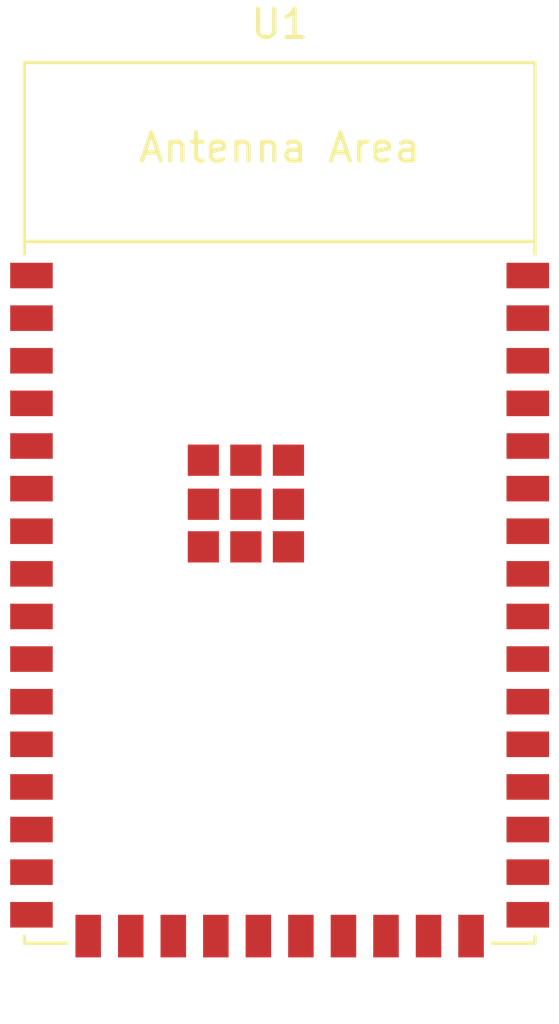
<source format=kicad_pcb>
(kicad_pcb (version 20211014) (generator pcbnew)
  (layers (0 "F.Cu" signal) (31 "B.Cu" signal) (34 "B.Paste" user) (35 "F.Paste" user) (36 "B.SilkS" user "B.Silkscreen") (37 "F.SilkS" user "F.Silkscreen") (38 "B.Mask" user) (39 "F.Mask" user) (44 "Edge.Cuts" user))
  (net 0 "")
  (net 1 "Net-(U1-Pad1)")
  (footprint "Espressif:ESP32-S2-WROOM" (layer "F.Cu") (at 148.6 103.6)
    (fp_text reference "U1" (at 0 -20) (layer "F.SilkS"))
    (fp_text value "ESP32-S2-WROOM")
    (fp_text user "Antenna Area" (at 0 -15.65) (layer "F.SilkS"))
    (fp_line (start -9 -18.65) (end 9 -18.65) (layer "F.SilkS") (width 0.12))
    (fp_line (start 9 12.1) (end 9 12.35) (layer "F.SilkS") (width 0.12))
    (fp_line (start 9 -11.9) (end 9 -18.65) (layer "F.SilkS") (width 0.12))
    (fp_line (start -9 12.35) (end -7.5 12.35) (layer "F.SilkS") (width 0.12))
    (fp_line (start 9 12.35) (end 7.5 12.35) (layer "F.SilkS") (width 0.12))
    (fp_line (start -9 -18.65) (end -9 -11.9) (layer "F.SilkS") (width 0.12))
    (fp_line (start 9 -12.35) (end -9 -12.35) (layer "F.SilkS") (width 0.12))
    (fp_line (start -9 12.1) (end -9 12.35) (layer "F.SilkS") (width 0.12))
    (pad "1" smd rect (at -8.75 -11.15) (size 1.5 0.9) (layers "F.Cu" "F.Paste" "F.Mask") (net 1 "Net-(U1-Pad1)"))
    (pad "2" smd rect (at -8.75 -9.65) (size 1.5 0.9) (layers "F.Cu" "F.Paste" "F.Mask"))
    (pad "3" smd rect (at -8.75 -8.15) (size 1.5 0.9) (layers "F.Cu" "F.Paste" "F.Mask"))
    (pad "4" smd rect (at -8.75 -6.65) (size 1.5 0.9) (layers "F.Cu" "F.Paste" "F.Mask"))
    (pad "5" smd rect (at -8.75 -5.15) (size 1.5 0.9) (layers "F.Cu" "F.Paste" "F.Mask"))
    (pad "6" smd rect (at -8.75 -3.65) (size 1.5 0.9) (layers "F.Cu" "F.Paste" "F.Mask"))
    (pad "7" smd rect (at -8.75 -2.15) (size 1.5 0.9) (layers "F.Cu" "F.Paste" "F.Mask"))
    (pad "8" smd rect (at -8.75 -0.65) (size 1.5 0.9) (layers "F.Cu" "F.Paste" "F.Mask"))
    (pad "9" smd rect (at -8.75 0.85) (size 1.5 0.9) (layers "F.Cu" "F.Paste" "F.Mask"))
    (pad "10" smd rect (at -8.75 2.35) (size 1.5 0.9) (layers "F.Cu" "F.Paste" "F.Mask"))
    (pad "11" smd rect (at -8.75 3.85) (size 1.5 0.9) (layers "F.Cu" "F.Paste" "F.Mask"))
    (pad "12" smd rect (at -8.75 5.35) (size 1.5 0.9) (layers "F.Cu" "F.Paste" "F.Mask"))
    (pad "13" smd rect (at -8.75 6.85) (size 1.5 0.9) (layers "F.Cu" "F.Paste" "F.Mask"))
    (pad "14" smd rect (at -8.75 8.35) (size 1.5 0.9) (layers "F.Cu" "F.Paste" "F.Mask"))
    (pad "15" smd rect (at -8.75 9.85) (size 1.5 0.9) (layers "F.Cu" "F.Paste" "F.Mask"))
    (pad "16" smd rect (at -8.75 11.35) (size 1.5 0.9) (layers "F.Cu" "F.Paste" "F.Mask"))
    (pad "17" smd rect (at -6.75 12.1 90) (size 1.5 0.9) (layers "F.Cu" "F.Paste" "F.Mask"))
    (pad "18" smd rect (at -5.25 12.1 90) (size 1.5 0.9) (layers "F.Cu" "F.Paste" "F.Mask"))
    (pad "19" smd rect (at -3.75 12.1 90) (size 1.5 0.9) (layers "F.Cu" "F.Paste" "F.Mask"))
    (pad "20" smd rect (at -2.25 12.1 90) (size 1.5 0.9) (layers "F.Cu" "F.Paste" "F.Mask"))
    (pad "21" smd rect (at -0.75 12.1 90) (size 1.5 0.9) (layers "F.Cu" "F.Paste" "F.Mask"))
    (pad "22" smd rect (at 0.75 12.1 90) (size 1.5 0.9) (layers "F.Cu" "F.Paste" "F.Mask"))
    (pad "23" smd rect (at 2.25 12.1 90) (size 1.5 0.9) (layers "F.Cu" "F.Paste" "F.Mask"))
    (pad "24" smd rect (at 3.75 12.1 90) (size 1.5 0.9) (layers "F.Cu" "F.Paste" "F.Mask"))
    (pad "25" smd rect (at 5.25 12.1 90) (size 1.5 0.9) (layers "F.Cu" "F.Paste" "F.Mask"))
    (pad "26" smd rect (at 6.75 12.1 90) (size 1.5 0.9) (layers "F.Cu" "F.Paste" "F.Mask") (net 1 "Net-(U1-Pad1)"))
    (pad "27" smd rect (at 8.75 11.35 180) (size 1.5 0.9) (layers "F.Cu" "F.Paste" "F.Mask"))
    (pad "28" smd rect (at 8.75 9.85 180) (size 1.5 0.9) (layers "F.Cu" "F.Paste" "F.Mask"))
    (pad "29" smd rect (at 8.75 8.35 180) (size 1.5 0.9) (layers "F.Cu" "F.Paste" "F.Mask"))
    (pad "30" smd rect (at 8.75 6.85 180) (size 1.5 0.9) (layers "F.Cu" "F.Paste" "F.Mask"))
    (pad "31" smd rect (at 8.75 5.35 180) (size 1.5 0.9) (layers "F.Cu" "F.Paste" "F.Mask"))
    (pad "32" smd rect (at 8.75 3.85 180) (size 1.5 0.9) (layers "F.Cu" "F.Paste" "F.Mask"))
    (pad "33" smd rect (at 8.75 2.35 180) (size 1.5 0.9) (layers "F.Cu" "F.Paste" "F.Mask"))
    (pad "34" smd rect (at 8.75 0.85 180) (size 1.5 0.9) (layers "F.Cu" "F.Paste" "F.Mask"))
    (pad "35" smd rect (at 8.75 -0.65 180) (size 1.5 0.9) (layers "F.Cu" "F.Paste" "F.Mask"))
    (pad "36" smd rect (at 8.75 -2.15 180) (size 1.5 0.9) (layers "F.Cu" "F.Paste" "F.Mask"))
    (pad "37" smd rect (at 8.75 -3.65 180) (size 1.5 0.9) (layers "F.Cu" "F.Paste" "F.Mask"))
    (pad "38" smd rect (at 8.75 -5.15 180) (size 1.5 0.9) (layers "F.Cu" "F.Paste" "F.Mask"))
    (pad "39" smd rect (at 8.75 -6.65 180) (size 1.5 0.9) (layers "F.Cu" "F.Paste" "F.Mask"))
    (pad "40" smd rect (at 8.75 -8.15 180) (size 1.5 0.9) (layers "F.Cu" "F.Paste" "F.Mask"))
    (pad "41" smd rect (at 8.75 -9.65 180) (size 1.5 0.9) (layers "F.Cu" "F.Paste" "F.Mask"))
    (pad "42" smd rect (at 8.75 -11.15 180) (size 1.5 0.9) (layers "F.Cu" "F.Paste" "F.Mask") (net 1 "Net-(U1-Pad1)"))
    (pad "43" smd rect (at -2.69 -4.65 180) (size 1.1 1.1) (layers "F.Cu" "F.Paste" "F.Mask") (net 1 "Net-(U1-Pad1)"))
    (pad "43" smd rect (at 0.31 -3.1 180) (size 1.1 1.1) (layers "F.Cu" "F.Paste" "F.Mask") (net 1 "Net-(U1-Pad1)"))
    (pad "43" smd rect (at -2.69 -3.1 180) (size 1.1 1.1) (layers "F.Cu" "F.Paste" "F.Mask") (net 1 "Net-(U1-Pad1)"))
    (pad "43" smd rect (at -2.69 -1.6 180) (size 1.1 1.1) (layers "F.Cu" "F.Paste" "F.Mask") (net 1 "Net-(U1-Pad1)"))
    (pad "43" smd rect (at 0.31 -1.6 180) (size 1.1 1.1) (layers "F.Cu" "F.Paste" "F.Mask") (net 1 "Net-(U1-Pad1)"))
    (pad "43" smd rect (at -1.19 -3.1 180) (size 1.1 1.1) (layers "F.Cu" "F.Paste" "F.Mask") (net 1 "Net-(U1-Pad1)"))
    (pad "43" smd rect (at -1.19 -4.65 180) (size 1.1 1.1) (layers "F.Cu" "F.Paste" "F.Mask") (net 1 "Net-(U1-Pad1)"))
    (pad "43" smd rect (at -1.19 -1.6 180) (size 1.1 1.1) (layers "F.Cu" "F.Paste" "F.Mask") (net 1 "Net-(U1-Pad1)"))
    (pad "43" smd rect (at 0.31 -4.65 180) (size 1.1 1.1) (layers "F.Cu" "F.Paste" "F.Mask") (net 1 "Net-(U1-Pad1)"))
  )
)
</source>
